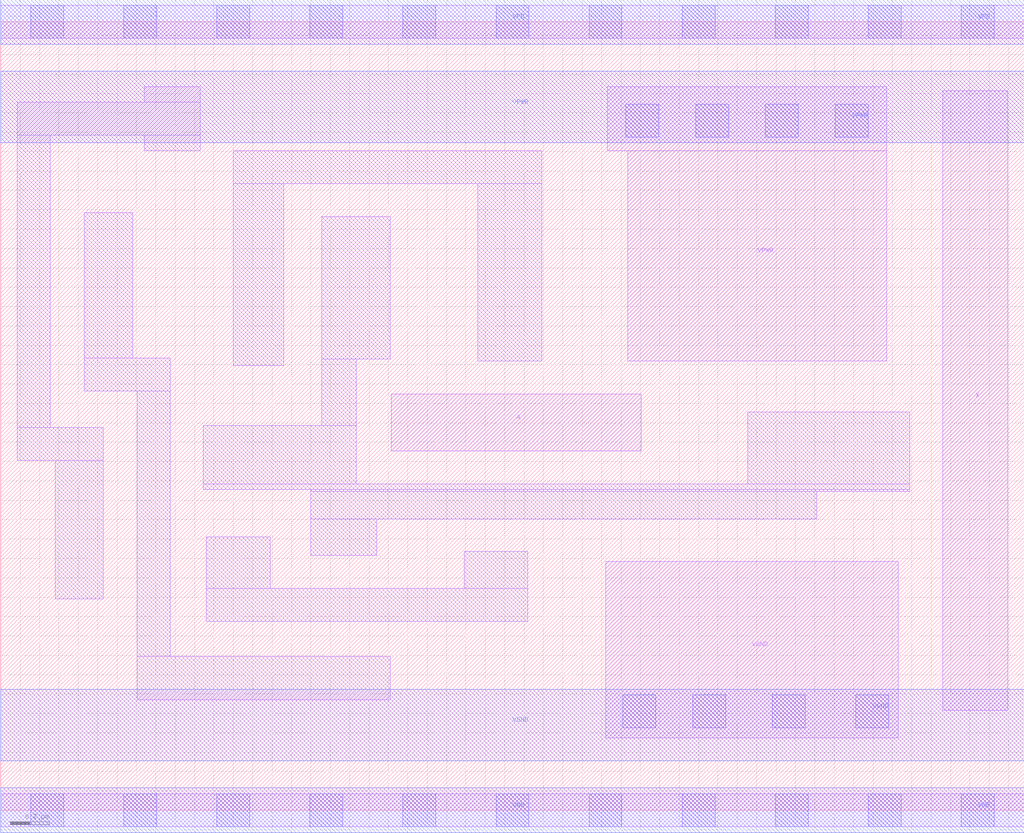
<source format=lef>
# Copyright 2020 The SkyWater PDK Authors
#
# Licensed under the Apache License, Version 2.0 (the "License");
# you may not use this file except in compliance with the License.
# You may obtain a copy of the License at
#
#     https://www.apache.org/licenses/LICENSE-2.0
#
# Unless required by applicable law or agreed to in writing, software
# distributed under the License is distributed on an "AS IS" BASIS,
# WITHOUT WARRANTIES OR CONDITIONS OF ANY KIND, either express or implied.
# See the License for the specific language governing permissions and
# limitations under the License.
#
# SPDX-License-Identifier: Apache-2.0

VERSION 5.7 ;
  NAMESCASESENSITIVE ON ;
  NOWIREEXTENSIONATPIN ON ;
  DIVIDERCHAR "/" ;
  BUSBITCHARS "[]" ;
UNITS
  DATABASE MICRONS 200 ;
END UNITS
MACRO sky130_fd_sc_hvl__schmittbuf_1
  CLASS CORE ;
  SOURCE USER ;
  FOREIGN sky130_fd_sc_hvl__schmittbuf_1 ;
  ORIGIN  0.000000  0.000000 ;
  SIZE  5.280000 BY  4.070000 ;
  SYMMETRY X Y ;
  SITE unithv ;
  PIN A
    ANTENNAGATEAREA  1.170000 ;
    DIRECTION INPUT ;
    USE SIGNAL ;
    PORT
      LAYER li1 ;
        RECT 2.015000 1.855000 3.305000 2.150000 ;
    END
  END A
  PIN X
    ANTENNADIFFAREA  0.596250 ;
    DIRECTION OUTPUT ;
    USE SIGNAL ;
    PORT
      LAYER li1 ;
        RECT 4.860000 0.515000 5.195000 3.715000 ;
    END
  END X
  PIN VGND
    DIRECTION INOUT ;
    USE GROUND ;
    PORT
      LAYER li1 ;
        RECT 3.120000 0.375000 4.630000 1.285000 ;
      LAYER mcon ;
        RECT 3.210000 0.425000 3.380000 0.595000 ;
        RECT 3.570000 0.425000 3.740000 0.595000 ;
        RECT 3.980000 0.425000 4.150000 0.595000 ;
        RECT 4.410000 0.425000 4.580000 0.595000 ;
      LAYER met1 ;
        RECT 0.000000 0.255000 5.280000 0.625000 ;
    END
  END VGND
  PIN VNB
    DIRECTION INOUT ;
    USE GROUND ;
    PORT
      LAYER li1 ;
        RECT 0.000000 -0.085000 5.280000 0.085000 ;
      LAYER mcon ;
        RECT 0.155000 -0.085000 0.325000 0.085000 ;
        RECT 0.635000 -0.085000 0.805000 0.085000 ;
        RECT 1.115000 -0.085000 1.285000 0.085000 ;
        RECT 1.595000 -0.085000 1.765000 0.085000 ;
        RECT 2.075000 -0.085000 2.245000 0.085000 ;
        RECT 2.555000 -0.085000 2.725000 0.085000 ;
        RECT 3.035000 -0.085000 3.205000 0.085000 ;
        RECT 3.515000 -0.085000 3.685000 0.085000 ;
        RECT 3.995000 -0.085000 4.165000 0.085000 ;
        RECT 4.475000 -0.085000 4.645000 0.085000 ;
        RECT 4.955000 -0.085000 5.125000 0.085000 ;
      LAYER met1 ;
        RECT 0.000000 -0.115000 5.280000 0.115000 ;
    END
  END VNB
  PIN VPB
    DIRECTION INOUT ;
    USE POWER ;
    PORT
      LAYER li1 ;
        RECT 0.000000 3.985000 5.280000 4.155000 ;
      LAYER mcon ;
        RECT 0.155000 3.985000 0.325000 4.155000 ;
        RECT 0.635000 3.985000 0.805000 4.155000 ;
        RECT 1.115000 3.985000 1.285000 4.155000 ;
        RECT 1.595000 3.985000 1.765000 4.155000 ;
        RECT 2.075000 3.985000 2.245000 4.155000 ;
        RECT 2.555000 3.985000 2.725000 4.155000 ;
        RECT 3.035000 3.985000 3.205000 4.155000 ;
        RECT 3.515000 3.985000 3.685000 4.155000 ;
        RECT 3.995000 3.985000 4.165000 4.155000 ;
        RECT 4.475000 3.985000 4.645000 4.155000 ;
        RECT 4.955000 3.985000 5.125000 4.155000 ;
      LAYER met1 ;
        RECT 0.000000 3.955000 5.280000 4.185000 ;
    END
  END VPB
  PIN VPWR
    DIRECTION INOUT ;
    USE POWER ;
    PORT
      LAYER li1 ;
        RECT 3.130000 3.405000 4.570000 3.735000 ;
        RECT 3.235000 2.320000 4.570000 3.405000 ;
      LAYER mcon ;
        RECT 3.225000 3.475000 3.395000 3.645000 ;
        RECT 3.585000 3.475000 3.755000 3.645000 ;
        RECT 3.945000 3.475000 4.115000 3.645000 ;
        RECT 4.305000 3.475000 4.475000 3.645000 ;
      LAYER met1 ;
        RECT 0.000000 3.445000 5.280000 3.815000 ;
    END
  END VPWR
  OBS
    LAYER li1 ;
      RECT 0.085000 1.805000 0.530000 1.975000 ;
      RECT 0.085000 1.975000 0.255000 3.485000 ;
      RECT 0.085000 3.485000 1.030000 3.655000 ;
      RECT 0.280000 1.090000 0.530000 1.805000 ;
      RECT 0.430000 2.165000 0.875000 2.335000 ;
      RECT 0.430000 2.335000 0.680000 3.085000 ;
      RECT 0.705000 0.570000 2.010000 0.795000 ;
      RECT 0.705000 0.795000 0.875000 2.165000 ;
      RECT 0.740000 3.405000 1.030000 3.485000 ;
      RECT 0.740000 3.655000 1.030000 3.735000 ;
      RECT 1.045000 1.655000 4.690000 1.685000 ;
      RECT 1.045000 1.685000 1.835000 1.985000 ;
      RECT 1.060000 0.975000 2.720000 1.145000 ;
      RECT 1.060000 1.145000 1.390000 1.410000 ;
      RECT 1.200000 2.295000 1.460000 3.235000 ;
      RECT 1.200000 3.235000 2.790000 3.405000 ;
      RECT 1.600000 1.315000 1.940000 1.505000 ;
      RECT 1.600000 1.505000 4.210000 1.645000 ;
      RECT 1.600000 1.645000 4.690000 1.655000 ;
      RECT 1.655000 1.985000 1.835000 2.330000 ;
      RECT 1.655000 2.330000 2.010000 3.065000 ;
      RECT 2.390000 1.145000 2.720000 1.335000 ;
      RECT 2.460000 2.320000 2.790000 3.235000 ;
      RECT 3.855000 1.685000 4.690000 2.055000 ;
  END
END sky130_fd_sc_hvl__schmittbuf_1

</source>
